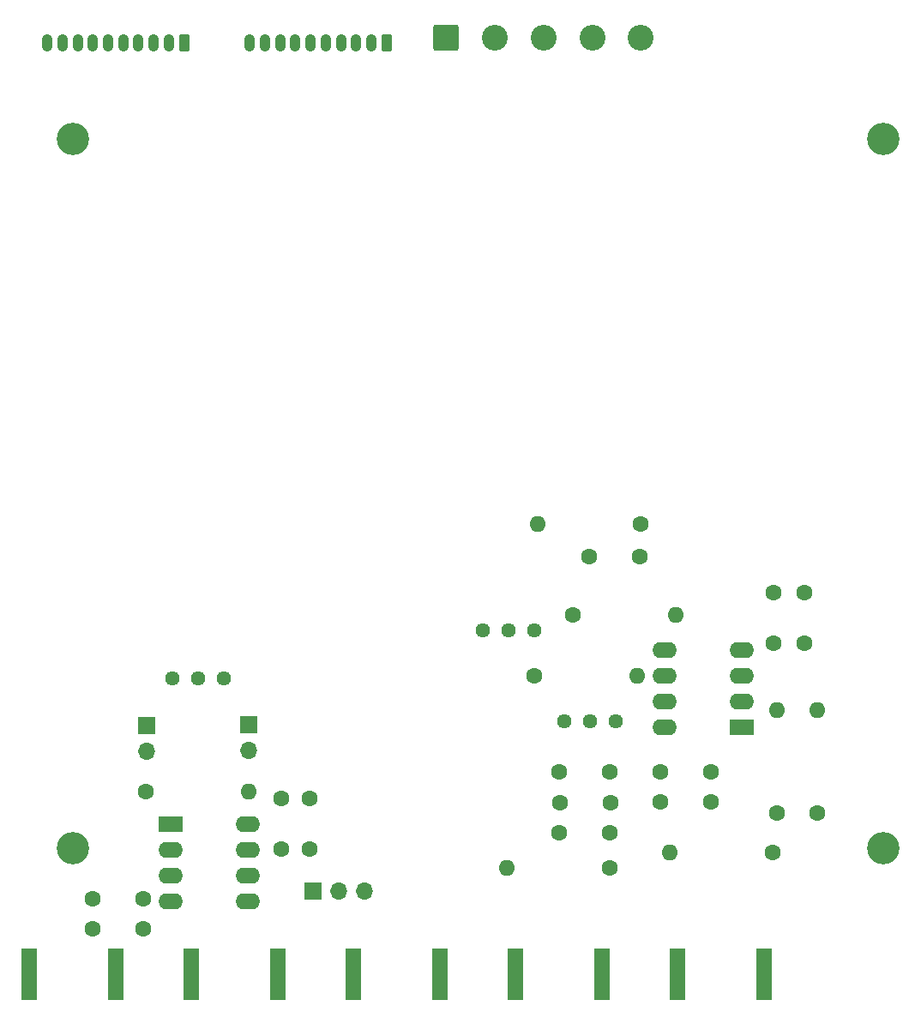
<source format=gbs>
G04 #@! TF.GenerationSoftware,KiCad,Pcbnew,8.0.7*
G04 #@! TF.CreationDate,2025-01-07T02:15:50-08:00*
G04 #@! TF.ProjectId,standalone_pi_loop,7374616e-6461-46c6-9f6e-655f70695f6c,rev?*
G04 #@! TF.SameCoordinates,Original*
G04 #@! TF.FileFunction,Soldermask,Bot*
G04 #@! TF.FilePolarity,Negative*
%FSLAX46Y46*%
G04 Gerber Fmt 4.6, Leading zero omitted, Abs format (unit mm)*
G04 Created by KiCad (PCBNEW 8.0.7) date 2025-01-07 02:15:50*
%MOMM*%
%LPD*%
G01*
G04 APERTURE LIST*
G04 Aperture macros list*
%AMRoundRect*
0 Rectangle with rounded corners*
0 $1 Rounding radius*
0 $2 $3 $4 $5 $6 $7 $8 $9 X,Y pos of 4 corners*
0 Add a 4 corners polygon primitive as box body*
4,1,4,$2,$3,$4,$5,$6,$7,$8,$9,$2,$3,0*
0 Add four circle primitives for the rounded corners*
1,1,$1+$1,$2,$3*
1,1,$1+$1,$4,$5*
1,1,$1+$1,$6,$7*
1,1,$1+$1,$8,$9*
0 Add four rect primitives between the rounded corners*
20,1,$1+$1,$2,$3,$4,$5,0*
20,1,$1+$1,$4,$5,$6,$7,0*
20,1,$1+$1,$6,$7,$8,$9,0*
20,1,$1+$1,$8,$9,$2,$3,0*%
G04 Aperture macros list end*
%ADD10C,1.600000*%
%ADD11R,1.500000X5.080000*%
%ADD12C,1.440000*%
%ADD13RoundRect,0.249999X-1.025001X-1.025001X1.025001X-1.025001X1.025001X1.025001X-1.025001X1.025001X0*%
%ADD14C,2.550000*%
%ADD15RoundRect,0.250000X0.265000X0.615000X-0.265000X0.615000X-0.265000X-0.615000X0.265000X-0.615000X0*%
%ADD16O,1.030000X1.730000*%
%ADD17O,1.600000X1.600000*%
%ADD18R,1.700000X1.700000*%
%ADD19O,1.700000X1.700000*%
%ADD20C,3.200000*%
%ADD21R,2.400000X1.600000*%
%ADD22O,2.400000X1.600000*%
G04 APERTURE END LIST*
D10*
X117000000Y-142980000D03*
X112000000Y-142980000D03*
X133420000Y-135140000D03*
X133420000Y-130140000D03*
D11*
X114250000Y-147450000D03*
X105750000Y-147450000D03*
D12*
X124900000Y-118240000D03*
X122360000Y-118240000D03*
X119820000Y-118240000D03*
D13*
X146900000Y-55000000D03*
D14*
X151700000Y-55000000D03*
X156500000Y-55000000D03*
X161300000Y-55000000D03*
X166100000Y-55000000D03*
D15*
X141000000Y-55500000D03*
D16*
X139500000Y-55500000D03*
X138000000Y-55500000D03*
X136500000Y-55500000D03*
X135000000Y-55500000D03*
X133500000Y-55500000D03*
X132000000Y-55500000D03*
X130500000Y-55500000D03*
X129000000Y-55500000D03*
X127500000Y-55500000D03*
D12*
X158540000Y-122500000D03*
X161080000Y-122500000D03*
X163620000Y-122500000D03*
D10*
X159420000Y-112000000D03*
D17*
X169580000Y-112000000D03*
D10*
X182240000Y-114820000D03*
X182240000Y-109820000D03*
D18*
X117320000Y-122940000D03*
D19*
X117320000Y-125480000D03*
D10*
X179240000Y-114820000D03*
X179240000Y-109820000D03*
D20*
X190000000Y-135000000D03*
X110000000Y-65000000D03*
D10*
X168040000Y-130500000D03*
X173040000Y-130500000D03*
D21*
X119700000Y-132700000D03*
D22*
X119700000Y-135240000D03*
X119700000Y-137780000D03*
X119700000Y-140320000D03*
X127320000Y-140320000D03*
X127320000Y-137780000D03*
X127320000Y-135240000D03*
X127320000Y-132700000D03*
D20*
X190000000Y-65000000D03*
D10*
X183500000Y-131580000D03*
D17*
X183500000Y-121420000D03*
D10*
X155540000Y-118000000D03*
D17*
X165700000Y-118000000D03*
D20*
X110000000Y-135000000D03*
D21*
X176040000Y-123120000D03*
D22*
X176040000Y-120580000D03*
X176040000Y-118040000D03*
X176040000Y-115500000D03*
X168420000Y-115500000D03*
X168420000Y-118040000D03*
X168420000Y-120580000D03*
X168420000Y-123120000D03*
D10*
X130620000Y-130140000D03*
X130620000Y-135140000D03*
X163040000Y-137000000D03*
D17*
X152880000Y-137000000D03*
D10*
X168040000Y-127500000D03*
X173040000Y-127500000D03*
X158040000Y-127500000D03*
X163040000Y-127500000D03*
X117260000Y-129440000D03*
D17*
X127420000Y-129440000D03*
D10*
X166080000Y-103000000D03*
D17*
X155920000Y-103000000D03*
D11*
X162250000Y-147450000D03*
X153750000Y-147450000D03*
D18*
X127420000Y-122840000D03*
D19*
X127420000Y-125380000D03*
D10*
X158140000Y-130580000D03*
X163140000Y-130580000D03*
X166000000Y-106250000D03*
X161000000Y-106250000D03*
X158040000Y-133500000D03*
X163040000Y-133500000D03*
X117000000Y-140000000D03*
X112000000Y-140000000D03*
D15*
X121000000Y-55500000D03*
D16*
X119500000Y-55500000D03*
X118000000Y-55500000D03*
X116500000Y-55500000D03*
X115000000Y-55500000D03*
X113500000Y-55500000D03*
X112000000Y-55500000D03*
X110500000Y-55500000D03*
X109000000Y-55500000D03*
X107500000Y-55500000D03*
D11*
X130250000Y-147450000D03*
X121750000Y-147450000D03*
X146250000Y-147450000D03*
X137750000Y-147450000D03*
D18*
X133740000Y-139240000D03*
D19*
X136280000Y-139240000D03*
X138820000Y-139240000D03*
D11*
X178250000Y-147450000D03*
X169750000Y-147450000D03*
D10*
X179540000Y-131580000D03*
D17*
X179540000Y-121420000D03*
D10*
X179080000Y-135500000D03*
D17*
X168920000Y-135500000D03*
D12*
X155540000Y-113500000D03*
X153000000Y-113500000D03*
X150460000Y-113500000D03*
M02*

</source>
